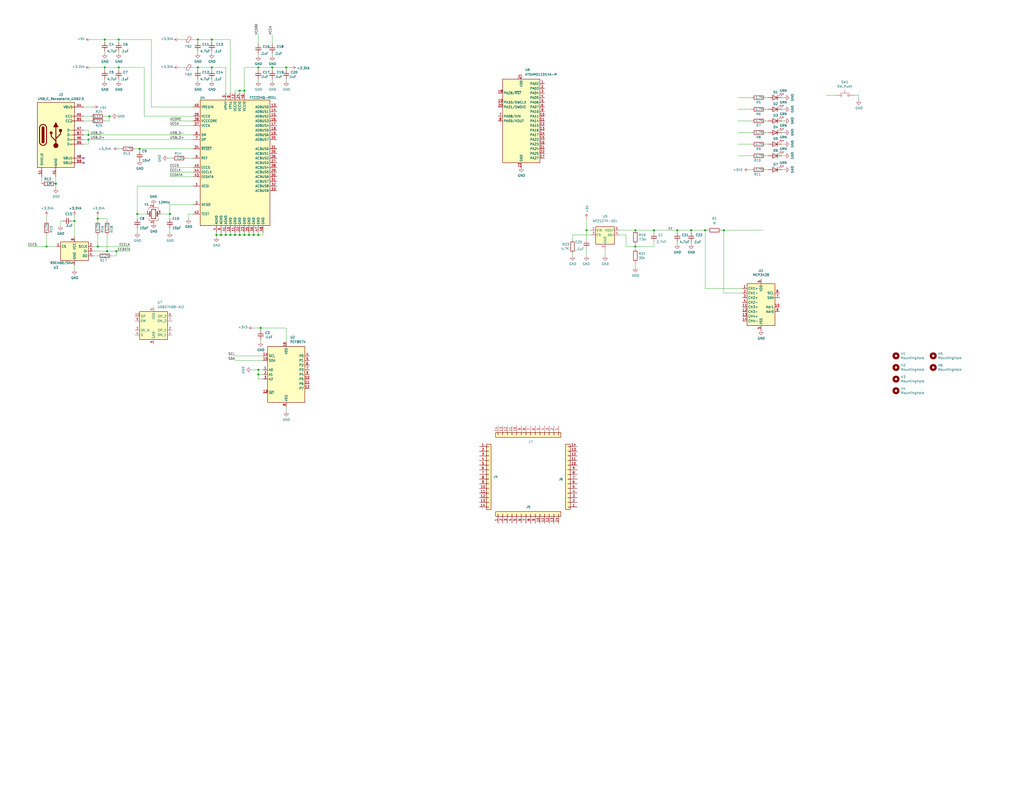
<source format=kicad_sch>
(kicad_sch (version 20211123) (generator eeschema)
  (paper "C")
  (title_block (title "Caravel Test Fixture") (date "2021-10-31") (rev "r0.0") (comment 1 "(c) 2021 Michael Welling"))
  (junction (at 140.97 36.83))
  (junction (at 118.11 128.27))
  (junction (at 53.34 119.38))
  (junction (at 356.87 125.73))
  (junction (at 140.97 204.47))
  (junction (at 25.4 134.62))
  (junction (at 115.57 36.83))
  (junction (at 148.59 36.83))
  (junction (at 59.69 63.5))
  (junction (at 133.35 49.53))
  (junction (at 156.21 36.83))
  (junction (at 346.71 134.62))
  (junction (at 53.34 134.62))
  (junction (at 115.57 21.59))
  (junction (at 128.27 128.27))
  (junction (at 394.97 125.73))
  (junction (at 369.57 125.73))
  (junction (at 57.15 36.83))
  (junction (at 92.71 116.84))
  (junction (at 48.26 73.66))
  (junction (at 135.89 128.27))
  (junction (at 57.15 21.59))
  (junction (at 40.64 120.65))
  (junction (at 48.26 76.2))
  (junction (at 133.35 128.27))
  (junction (at 74.93 116.84))
  (junction (at 58.42 137.16))
  (junction (at 130.81 128.27))
  (junction (at 140.97 201.93))
  (junction (at 142.24 179.07))
  (junction (at 64.77 21.59))
  (junction (at 377.19 125.73))
  (junction (at 64.77 36.83))
  (junction (at 384.81 125.73))
  (junction (at 30.48 100.33))
  (junction (at 76.2 81.28))
  (junction (at 346.71 125.73))
  (junction (at 120.65 128.27))
  (junction (at 123.19 128.27))
  (junction (at 130.81 49.53))
  (junction (at 140.97 128.27))
  (junction (at 125.73 128.27))
  (junction (at 138.43 128.27))
  (junction (at 320.04 125.73))
  (junction (at 107.95 21.59))
  (junction (at 107.95 36.83))
  (junction (at 63.5 137.16))
  (no_connect (at 45.72 88.9))
  (no_connect (at 45.72 86.36))
  (wire (pts (xy 140.97 36.83) (xy 133.35 36.83)))
  (wire (pts (xy 76.2 82.55) (xy 76.2 81.28)))
  (wire (pts (xy 138.43 128.27) (xy 140.97 128.27)))
  (wire (pts (xy 143.51 204.47) (xy 140.97 204.47)))
  (wire (pts (xy 138.43 128.27) (xy 138.43 127)))
  (wire (pts (xy 417.83 72.39) (xy 419.1 72.39)))
  (wire (pts (xy 128.27 128.27) (xy 130.81 128.27)))
  (wire (pts (xy 346.71 135.89) (xy 346.71 134.62)))
  (wire (pts (xy 66.04 81.28) (xy 64.77 81.28)))
  (wire (pts (xy 140.97 44.45) (xy 140.97 43.18)))
  (wire (pts (xy 123.19 50.8) (xy 123.19 36.83)))
  (wire (pts (xy 22.86 96.52) (xy 22.86 100.33)))
  (wire (pts (xy 377.19 125.73) (xy 369.57 125.73)))
  (wire (pts (xy 346.71 134.62) (xy 346.71 133.35)))
  (wire (pts (xy 417.83 78.74) (xy 419.1 78.74)))
  (wire (pts (xy 25.4 118.11) (xy 25.4 120.65)))
  (wire (pts (xy 118.11 128.27) (xy 120.65 128.27)))
  (wire (pts (xy 143.51 201.93) (xy 140.97 201.93)))
  (wire (pts (xy 128.27 128.27) (xy 128.27 127)))
  (wire (pts (xy 402.59 72.39) (xy 410.21 72.39)))
  (wire (pts (xy 394.97 125.73) (xy 394.97 160.02)))
  (wire (pts (xy 393.7 125.73) (xy 394.97 125.73)))
  (wire (pts (xy 394.97 160.02) (xy 405.13 160.02)))
  (wire (pts (xy 34.29 120.65) (xy 33.02 120.65)))
  (wire (pts (xy 156.21 36.83) (xy 148.59 36.83)))
  (wire (pts (xy 426.72 66.04) (xy 427.99 66.04)))
  (wire (pts (xy 402.59 53.34) (xy 410.21 53.34)))
  (wire (pts (xy 50.8 137.16) (xy 58.42 137.16)))
  (wire (pts (xy 107.95 29.21) (xy 107.95 27.94)))
  (wire (pts (xy 45.72 73.66) (xy 48.26 73.66)))
  (wire (pts (xy 30.48 100.33) (xy 30.48 96.52)))
  (wire (pts (xy 130.81 50.8) (xy 130.81 49.53)))
  (wire (pts (xy 40.64 120.65) (xy 40.64 129.54)))
  (wire (pts (xy 128.27 50.8) (xy 128.27 49.53)))
  (wire (pts (xy 120.65 128.27) (xy 123.19 128.27)))
  (wire (pts (xy 115.57 29.21) (xy 115.57 27.94)))
  (wire (pts (xy 320.04 139.7) (xy 320.04 135.89)))
  (wire (pts (xy 408.94 92.71) (xy 410.21 92.71)))
  (wire (pts (xy 322.58 125.73) (xy 320.04 125.73)))
  (wire (pts (xy 105.41 116.84) (xy 102.87 116.84)))
  (wire (pts (xy 138.43 179.07) (xy 142.24 179.07)))
  (wire (pts (xy 140.97 30.48) (xy 140.97 29.21)))
  (wire (pts (xy 133.35 49.53) (xy 130.81 49.53)))
  (wire (pts (xy 74.93 101.6) (xy 74.93 116.84)))
  (wire (pts (xy 30.48 100.33) (xy 30.48 102.87)))
  (wire (pts (xy 426.72 59.69) (xy 427.99 59.69)))
  (wire (pts (xy 48.26 76.2) (xy 105.41 76.2)))
  (wire (pts (xy 468.63 52.07) (xy 468.63 54.61)))
  (wire (pts (xy 312.42 128.27) (xy 312.42 130.81)))
  (wire (pts (xy 377.19 133.35) (xy 377.19 132.08)))
  (wire (pts (xy 128.27 194.31) (xy 143.51 194.31)))
  (wire (pts (xy 57.15 21.59) (xy 49.53 21.59)))
  (wire (pts (xy 59.69 63.5) (xy 60.96 63.5)))
  (wire (pts (xy 48.26 78.74) (xy 48.26 76.2)))
  (wire (pts (xy 45.72 76.2) (xy 48.26 76.2)))
  (wire (pts (xy 346.71 143.51) (xy 346.71 146.05)))
  (wire (pts (xy 40.64 120.65) (xy 39.37 120.65)))
  (wire (pts (xy 82.55 21.59) (xy 82.55 58.42)))
  (wire (pts (xy 123.19 36.83) (xy 115.57 36.83)))
  (wire (pts (xy 107.95 21.59) (xy 105.41 21.59)))
  (wire (pts (xy 58.42 120.65) (xy 58.42 119.38)))
  (wire (pts (xy 76.2 81.28) (xy 105.41 81.28)))
  (wire (pts (xy 40.64 144.78) (xy 40.64 147.32)))
  (wire (pts (xy 402.59 66.04) (xy 410.21 66.04)))
  (wire (pts (xy 45.72 63.5) (xy 49.53 63.5)))
  (wire (pts (xy 118.11 129.54) (xy 118.11 128.27)))
  (wire (pts (xy 74.93 116.84) (xy 80.01 116.84)))
  (wire (pts (xy 330.2 135.89) (xy 330.2 139.7)))
  (wire (pts (xy 156.21 222.25) (xy 156.21 224.79)))
  (wire (pts (xy 33.02 120.65) (xy 33.02 123.19)))
  (wire (pts (xy 57.15 63.5) (xy 59.69 63.5)))
  (wire (pts (xy 59.69 66.04) (xy 59.69 63.5)))
  (wire (pts (xy 57.15 29.21) (xy 57.15 27.94)))
  (wire (pts (xy 64.77 44.45) (xy 64.77 43.18)))
  (wire (pts (xy 135.89 128.27) (xy 135.89 127)))
  (wire (pts (xy 417.83 66.04) (xy 419.1 66.04)))
  (wire (pts (xy 148.59 38.1) (xy 148.59 36.83)))
  (wire (pts (xy 156.21 36.83) (xy 158.75 36.83)))
  (wire (pts (xy 64.77 22.86) (xy 64.77 21.59)))
  (wire (pts (xy 377.19 127) (xy 377.19 125.73)))
  (wire (pts (xy 417.83 85.09) (xy 419.1 85.09)))
  (wire (pts (xy 50.8 139.7) (xy 53.34 139.7)))
  (wire (pts (xy 91.44 86.36) (xy 93.98 86.36)))
  (wire (pts (xy 48.26 71.12) (xy 48.26 73.66)))
  (wire (pts (xy 312.42 128.27) (xy 322.58 128.27)))
  (wire (pts (xy 125.73 21.59) (xy 115.57 21.59)))
  (wire (pts (xy 45.72 78.74) (xy 48.26 78.74)))
  (wire (pts (xy 107.95 38.1) (xy 107.95 36.83)))
  (wire (pts (xy 92.71 124.46) (xy 92.71 127)))
  (wire (pts (xy 78.74 63.5) (xy 105.41 63.5)))
  (wire (pts (xy 356.87 125.73) (xy 356.87 127)))
  (wire (pts (xy 64.77 36.83) (xy 57.15 36.83)))
  (wire (pts (xy 125.73 128.27) (xy 128.27 128.27)))
  (wire (pts (xy 60.96 139.7) (xy 63.5 139.7)))
  (wire (pts (xy 137.16 201.93) (xy 140.97 201.93)))
  (wire (pts (xy 320.04 125.73) (xy 320.04 119.38)))
  (wire (pts (xy 123.19 128.27) (xy 125.73 128.27)))
  (wire (pts (xy 140.97 128.27) (xy 143.51 128.27)))
  (wire (pts (xy 105.41 86.36) (xy 101.6 86.36)))
  (wire (pts (xy 346.71 125.73) (xy 337.82 125.73)))
  (wire (pts (xy 64.77 21.59) (xy 57.15 21.59)))
  (wire (pts (xy 140.97 38.1) (xy 140.97 36.83)))
  (wire (pts (xy 45.72 71.12) (xy 48.26 71.12)))
  (wire (pts (xy 356.87 134.62) (xy 346.71 134.62)))
  (wire (pts (xy 356.87 132.08) (xy 356.87 134.62)))
  (wire (pts (xy 320.04 130.81) (xy 320.04 125.73)))
  (wire (pts (xy 402.59 59.69) (xy 410.21 59.69)))
  (wire (pts (xy 426.72 78.74) (xy 427.99 78.74)))
  (wire (pts (xy 402.59 78.74) (xy 410.21 78.74)))
  (wire (pts (xy 45.72 66.04) (xy 49.53 66.04)))
  (wire (pts (xy 156.21 44.45) (xy 156.21 43.18)))
  (wire (pts (xy 426.72 92.71) (xy 427.99 92.71)))
  (wire (pts (xy 312.42 138.43) (xy 312.42 139.7)))
  (wire (pts (xy 105.41 91.44) (xy 92.71 91.44)))
  (wire (pts (xy 346.71 134.62) (xy 341.63 134.62)))
  (wire (pts (xy 125.73 128.27) (xy 125.73 127)))
  (wire (pts (xy 64.77 38.1) (xy 64.77 36.83)))
  (wire (pts (xy 97.79 21.59) (xy 100.33 21.59)))
  (wire (pts (xy 140.97 207.01) (xy 143.51 207.01)))
  (wire (pts (xy 57.15 36.83) (xy 57.15 38.1)))
  (wire (pts (xy 92.71 93.98) (xy 105.41 93.98)))
  (wire (pts (xy 402.59 85.09) (xy 410.21 85.09)))
  (wire (pts (xy 148.59 36.83) (xy 140.97 36.83)))
  (wire (pts (xy 107.95 22.86) (xy 107.95 21.59)))
  (wire (pts (xy 57.15 22.86) (xy 57.15 21.59)))
  (wire (pts (xy 115.57 22.86) (xy 115.57 21.59)))
  (wire (pts (xy 115.57 44.45) (xy 115.57 43.18)))
  (wire (pts (xy 140.97 128.27) (xy 140.97 127)))
  (wire (pts (xy 140.97 24.13) (xy 140.97 19.05)))
  (wire (pts (xy 92.71 96.52) (xy 105.41 96.52)))
  (wire (pts (xy 105.41 66.04) (xy 92.71 66.04)))
  (wire (pts (xy 78.74 63.5) (xy 78.74 36.83)))
  (wire (pts (xy 92.71 119.38) (xy 92.71 116.84)))
  (wire (pts (xy 133.35 36.83) (xy 133.35 49.53)))
  (wire (pts (xy 140.97 204.47) (xy 140.97 207.01)))
  (wire (pts (xy 148.59 19.05) (xy 148.59 24.13)))
  (wire (pts (xy 107.95 44.45) (xy 107.95 43.18)))
  (wire (pts (xy 53.34 120.65) (xy 53.34 119.38)))
  (wire (pts (xy 394.97 125.73) (xy 416.56 125.73)))
  (wire (pts (xy 118.11 128.27) (xy 118.11 127)))
  (wire (pts (xy 369.57 133.35) (xy 369.57 132.08)))
  (wire (pts (xy 50.8 134.62) (xy 53.34 134.62)))
  (wire (pts (xy 377.19 125.73) (xy 384.81 125.73)))
  (wire (pts (xy 384.81 125.73) (xy 386.08 125.73)))
  (wire (pts (xy 140.97 204.47) (xy 140.97 201.93)))
  (wire (pts (xy 25.4 128.27) (xy 25.4 134.62)))
  (wire (pts (xy 130.81 49.53) (xy 128.27 49.53)))
  (wire (pts (xy 115.57 38.1) (xy 115.57 36.83)))
  (wire (pts (xy 57.15 66.04) (xy 59.69 66.04)))
  (wire (pts (xy 64.77 36.83) (xy 78.74 36.83)))
  (wire (pts (xy 120.65 128.27) (xy 120.65 127)))
  (wire (pts (xy 341.63 128.27) (xy 337.82 128.27)))
  (wire (pts (xy 341.63 134.62) (xy 341.63 128.27)))
  (wire (pts (xy 426.72 53.34) (xy 427.99 53.34)))
  (wire (pts (xy 426.72 85.09) (xy 427.99 85.09)))
  (wire (pts (xy 115.57 36.83) (xy 107.95 36.83)))
  (wire (pts (xy 58.42 119.38) (xy 53.34 119.38)))
  (wire (pts (xy 369.57 127) (xy 369.57 125.73)))
  (wire (pts (xy 115.57 21.59) (xy 107.95 21.59)))
  (wire (pts (xy 123.19 128.27) (xy 123.19 127)))
  (wire (pts (xy 133.35 50.8) (xy 133.35 49.53)))
  (wire (pts (xy 48.26 73.66) (xy 105.41 73.66)))
  (wire (pts (xy 142.24 186.69) (xy 142.24 185.42)))
  (wire (pts (xy 356.87 125.73) (xy 346.71 125.73)))
  (wire (pts (xy 369.57 125.73) (xy 356.87 125.73)))
  (wire (pts (xy 63.5 139.7) (xy 63.5 137.16)))
  (wire (pts (xy 142.24 179.07) (xy 156.21 179.07)))
  (wire (pts (xy 25.4 134.62) (xy 30.48 134.62)))
  (wire (pts (xy 58.42 128.27) (xy 58.42 137.16)))
  (wire (pts (xy 87.63 116.84) (xy 92.71 116.84)))
  (wire (pts (xy 143.51 128.27) (xy 143.51 127)))
  (wire (pts (xy 130.81 128.27) (xy 133.35 128.27)))
  (wire (pts (xy 102.87 116.84) (xy 102.87 119.38)))
  (wire (pts (xy 64.77 29.21) (xy 64.77 27.94)))
  (wire (pts (xy 384.81 125.73) (xy 384.81 157.48)))
  (wire (pts (xy 384.81 157.48) (xy 405.13 157.48)))
  (wire (pts (xy 133.35 128.27) (xy 135.89 128.27)))
  (wire (pts (xy 125.73 50.8) (xy 125.73 21.59)))
  (wire (pts (xy 128.27 196.85) (xy 143.51 196.85)))
  (wire (pts (xy 107.95 36.83) (xy 105.41 36.83)))
  (wire (pts (xy 58.42 137.16) (xy 63.5 137.16)))
  (wire (pts (xy 156.21 179.07) (xy 156.21 186.69)))
  (wire (pts (xy 49.53 36.83) (xy 57.15 36.83)))
  (wire (pts (xy 105.41 68.58) (xy 92.71 68.58)))
  (wire (pts (xy 417.83 59.69) (xy 419.1 59.69)))
  (wire (pts (xy 133.35 128.27) (xy 133.35 127)))
  (wire (pts (xy 142.24 180.34) (xy 142.24 179.07)))
  (wire (pts (xy 45.72 58.42) (xy 50.8 58.42)))
  (wire (pts (xy 74.93 119.38) (xy 74.93 116.84)))
  (wire (pts (xy 53.34 134.62) (xy 71.12 134.62)))
  (wire (pts (xy 63.5 137.16) (xy 71.12 137.16)))
  (wire (pts (xy 82.55 58.42) (xy 105.41 58.42)))
  (wire (pts (xy 53.34 128.27) (xy 53.34 134.62)))
  (wire (pts (xy 92.71 111.76) (xy 105.41 111.76)))
  (wire (pts (xy 15.24 134.62) (xy 25.4 134.62)))
  (wire (pts (xy 148.59 30.48) (xy 148.59 29.21)))
  (wire (pts (xy 64.77 21.59) (xy 82.55 21.59)))
  (wire (pts (xy 74.93 101.6) (xy 105.41 101.6)))
  (wire (pts (xy 130.81 128.27) (xy 130.81 127)))
  (wire (pts (xy 92.71 111.76) (xy 92.71 116.84)))
  (wire (pts (xy 73.66 81.28) (xy 76.2 81.28)))
  (wire (pts (xy 148.59 44.45) (xy 148.59 43.18)))
  (wire (pts (xy 417.83 92.71) (xy 419.1 92.71)))
  (wire (pts (xy 466.09 52.07) (xy 468.63 52.07)))
  (wire (pts (xy 97.79 36.83) (xy 100.33 36.83)))
  (wire (pts (xy 74.93 124.46) (xy 74.93 127)))
  (wire (pts (xy 426.72 72.39) (xy 427.99 72.39)))
  (wire (pts (xy 57.15 44.45) (xy 57.15 43.18)))
  (wire (pts (xy 53.34 119.38) (xy 53.34 118.11)))
  (wire (pts (xy 135.89 128.27) (xy 138.43 128.27)))
  (wire (pts (xy 40.64 120.65) (xy 40.64 118.11)))
  (wire (pts (xy 417.83 53.34) (xy 419.1 53.34)))
  (wire (pts (xy 450.85 52.07) (xy 455.93 52.07)))
  (wire (pts (xy 156.21 38.1) (xy 156.21 36.83)))
  (label "EECS" (at 92.71 91.44 0))
  (label "1V" (at 364.49 125.73 0))
  (label "EEDATA" (at 92.71 96.52 0))
  (label "EECLK" (at 71.12 134.62 180))
  (label "VCORE" (at 140.97 19.05 90))
  (label "USB_D-" (at 57.15 73.66 180))
  (label "USB_D+" (at 92.71 76.2 0))
  (label "USB_D-" (at 92.71 73.66 0))
  (label "VCORE" (at 92.71 66.04 0))
  (label "USB_D+" (at 57.15 76.2 180))
  (label "EECLK" (at 92.71 93.98 0))
  (label "VCCA" (at 148.59 19.05 90))
  (label "SCL" (at 128.27 194.31 180))
  (label "EEDATA" (at 71.12 137.16 180))
  (label "SDA" (at 128.27 196.85 180))
  (label "VCCA" (at 92.71 68.58 0))
  (label "EECS" (at 15.24 134.62 0))
  (symbol (lib_id "power:GND") (at 156.21 224.79 0) (unit 1)
    (property "Reference" "#PWR0111" (effects hide))
    (property "Value" "GND" (at 156.337 229.1842 0))
  )
  (symbol (lib_id "power:+3.3V") (at 138.43 179.07 90) (unit 1)
    (property "Reference" "#PWR0112" (effects hide))
    (property "Value" "+3.3V" (at 135.1788 178.689 90) (effects (justify left)))
  )
  (symbol (lib_id "Device:C_Small") (at 142.24 182.88 0) (unit 1)
    (property "Reference" "C3" (at 144.5768 181.7116 0) (effects (justify left)))
    (property "Value" ".1uF" (at 144.5768 184.023 0) (effects (justify left)))
    (property "Footprint" "Capacitor_SMD:C_0402_1005Metric" (effects hide))
    (property "MPN" "GRM155R71C104KA88J" (effects hide))
  )
  (symbol (lib_id "power:GND") (at 142.24 186.69 0) (unit 1)
    (property "Reference" "#PWR0113" (effects hide))
    (property "Value" "GND" (at 142.367 191.0842 0))
  )
  (symbol (lib_id "power:+3.3V") (at 408.94 92.71 90) (unit 1)
    (property "Reference" "#PWR0109" (effects hide))
    (property "Value" "+3.3V" (at 402.59 92.71 90))
  )
  (symbol (lib_id "Device:LED") (at 422.91 92.71 180) (unit 1)
    (property "Reference" "D7" (at 421.9448 89.7382 0) (effects (justify right)))
    (property "Value" "GRN" (at 425.45 88.9 0) (effects (justify right)))
    (property "Footprint" "LED_SMD:LED_0603_1608Metric" (effects hide))
    (property "MPN" "LTST-C191GKT " (effects hide))
  )
  (symbol (lib_id "power:GND") (at 427.99 92.71 90) (unit 1)
    (property "Reference" "#PWR0110" (effects hide))
    (property "Value" "GND" (at 432.3842 92.583 0))
  )
  (symbol (lib_id "Device:R") (at 414.02 92.71 90) (unit 1)
    (property "Reference" "R11" (at 415.29 95.25 90) (effects (justify left)))
    (property "Value" "4.7K" (at 416.56 92.71 90) (effects (justify left)))
    (property "Footprint" "Resistor_SMD:R_0402_1005Metric" (effects hide))
    (property "MPN" "RC0402JR-074K7L " (effects hide))
  )
  (symbol (lib_id "Interface_USB:FT232H") (at 128.27 88.9 0) (unit 1)
    (property "Reference" "U4" (at 110.49 53.34 0))
    (property "Value" "FT232HQ-REEL" (at 143.51 53.34 0))
    (property "Footprint" "Package_DFN_QFN:QFN-48-1EP_8x8mm_P0.5mm_EP6.2x6.2mm" (effects hide))
    (property "Datasheet" "http://www.ftdichip.com/Products/ICs/FT232H.htm" (effects hide))
    (property "MPN" "FT232HL-REEL" (effects hide))
  )
  (symbol (lib_id "power:GND") (at 118.11 129.54 0) (unit 1)
    (property "Reference" "#PWR0122" (effects hide))
    (property "Value" "GND" (at 118.237 133.9342 0))
  )
  (symbol (lib_id "Device:LED") (at 422.91 53.34 180) (unit 1)
    (property "Reference" "D1" (at 421.9448 50.3682 0) (effects (justify right)))
    (property "Value" "GRN" (at 425.45 49.53 0) (effects (justify right)))
    (property "Footprint" "LED_SMD:LED_0603_1608Metric" (effects hide))
    (property "MPN" "LTST-C191GKT " (effects hide))
  )
  (symbol (lib_id "power:GND") (at 427.99 53.34 90) (unit 1)
    (property "Reference" "#PWR0115" (effects hide))
    (property "Value" "GND" (at 432.3842 53.213 0))
  )
  (symbol (lib_id "Device:R") (at 414.02 53.34 90) (unit 1)
    (property "Reference" "R5" (at 415.29 55.88 90) (effects (justify left)))
    (property "Value" "4.7K" (at 416.56 53.34 90) (effects (justify left)))
    (property "Footprint" "Resistor_SMD:R_0402_1005Metric" (effects hide))
    (property "MPN" "RC0402JR-074K7L " (effects hide))
  )
  (symbol (lib_id "Device:LED") (at 422.91 59.69 180) (unit 1)
    (property "Reference" "D2" (at 421.9448 56.7182 0) (effects (justify right)))
    (property "Value" "GRN" (at 425.45 55.88 0) (effects (justify right)))
    (property "Footprint" "LED_SMD:LED_0603_1608Metric" (effects hide))
    (property "MPN" "LTST-C191GKT " (effects hide))
  )
  (symbol (lib_id "power:GND") (at 427.99 59.69 90) (unit 1)
    (property "Reference" "#PWR0116" (effects hide))
    (property "Value" "GND" (at 432.3842 59.563 0))
  )
  (symbol (lib_id "Device:R") (at 414.02 59.69 90) (unit 1)
    (property "Reference" "R6" (at 415.29 62.23 90) (effects (justify left)))
    (property "Value" "4.7K" (at 416.56 59.69 90) (effects (justify left)))
    (property "Footprint" "Resistor_SMD:R_0402_1005Metric" (effects hide))
    (property "MPN" "RC0402JR-074K7L " (effects hide))
  )
  (symbol (lib_id "Device:LED") (at 422.91 66.04 180) (unit 1)
    (property "Reference" "D3" (at 421.9448 63.0682 0) (effects (justify right)))
    (property "Value" "GRN" (at 425.45 62.23 0) (effects (justify right)))
    (property "Footprint" "LED_SMD:LED_0603_1608Metric" (effects hide))
    (property "MPN" "LTST-C191GKT " (effects hide))
  )
  (symbol (lib_id "power:GND") (at 427.99 66.04 90) (unit 1)
    (property "Reference" "#PWR0117" (effects hide))
    (property "Value" "GND" (at 432.3842 65.913 0))
  )
  (symbol (lib_id "Device:R") (at 414.02 66.04 90) (unit 1)
    (property "Reference" "R7" (at 415.29 68.58 90) (effects (justify left)))
    (property "Value" "4.7K" (at 416.56 66.04 90) (effects (justify left)))
    (property "Footprint" "Resistor_SMD:R_0402_1005Metric" (effects hide))
    (property "MPN" "RC0402JR-074K7L " (effects hide))
  )
  (symbol (lib_id "Device:LED") (at 422.91 72.39 180) (unit 1)
    (property "Reference" "D4" (at 421.9448 69.4182 0) (effects (justify right)))
    (property "Value" "GRN" (at 425.45 68.58 0) (effects (justify right)))
    (property "Footprint" "LED_SMD:LED_0603_1608Metric" (effects hide))
    (property "MPN" "LTST-C191GKT " (effects hide))
  )
  (symbol (lib_id "power:GND") (at 427.99 72.39 90) (unit 1)
    (property "Reference" "#PWR0118" (effects hide))
    (property "Value" "GND" (at 432.3842 72.263 0))
  )
  (symbol (lib_id "Device:R") (at 414.02 72.39 90) (unit 1)
    (property "Reference" "R8" (at 415.29 74.93 90) (effects (justify left)))
    (property "Value" "4.7K" (at 416.56 72.39 90) (effects (justify left)))
    (property "Footprint" "Resistor_SMD:R_0402_1005Metric" (effects hide))
    (property "MPN" "RC0402JR-074K7L " (effects hide))
  )
  (symbol (lib_id "Device:LED") (at 422.91 78.74 180) (unit 1)
    (property "Reference" "D5" (at 421.9448 75.7682 0) (effects (justify right)))
    (property "Value" "GRN" (at 425.45 74.93 0) (effects (justify right)))
    (property "Footprint" "LED_SMD:LED_0603_1608Metric" (effects hide))
    (property "MPN" "LTST-C191GKT " (effects hide))
  )
  (symbol (lib_id "power:GND") (at 427.99 78.74 90) (unit 1)
    (property "Reference" "#PWR0119" (effects hide))
    (property "Value" "GND" (at 432.3842 78.613 0))
  )
  (symbol (lib_id "Device:R") (at 414.02 78.74 90) (unit 1)
    (property "Reference" "R9" (at 415.29 81.28 90) (effects (justify left)))
    (property "Value" "4.7K" (at 416.56 78.74 90) (effects (justify left)))
    (property "Footprint" "Resistor_SMD:R_0402_1005Metric" (effects hide))
    (property "MPN" "RC0402JR-074K7L " (effects hide))
  )
  (symbol (lib_id "Device:LED") (at 422.91 85.09 180) (unit 1)
    (property "Reference" "D6" (at 421.9448 82.1182 0) (effects (justify right)))
    (property "Value" "GRN" (at 425.45 81.28 0) (effects (justify right)))
    (property "Footprint" "LED_SMD:LED_0603_1608Metric" (effects hide))
    (property "MPN" "LTST-C191GKT " (effects hide))
  )
  (symbol (lib_id "power:GND") (at 427.99 85.09 90) (unit 1)
    (property "Reference" "#PWR0120" (effects hide))
    (property "Value" "GND" (at 432.3842 84.963 0))
  )
  (symbol (lib_id "Device:R") (at 414.02 85.09 90) (unit 1)
    (property "Reference" "R10" (at 415.29 87.63 90) (effects (justify left)))
    (property "Value" "4.7K" (at 416.56 85.09 90) (effects (justify left)))
    (property "Footprint" "Resistor_SMD:R_0402_1005Metric" (effects hide))
    (property "MPN" "RC0402JR-074K7L " (effects hide))
  )
  (symbol (lib_id "Memory_EEPROM:93CxxB") (at 40.64 137.16 0) (unit 1)
    (property "Reference" "U3" (at 30.48 146.05 0))
    (property "Value" "93C46B/SN " (at 33.02 143.51 0))
    (property "Footprint" "Package_SO:SOIC-8_3.9x4.9mm_P1.27mm" (effects hide))
    (property "Datasheet" "http://ww1.microchip.com/downloads/en/DeviceDoc/20001749K.pdf" (effects hide))
    (property "MPN" "93C46B/SN " (effects hide))
  )
  (symbol (lib_id "Device:R") (at 57.15 139.7 90) (unit 1)
    (property "Reference" "R17" (at 58.42 142.24 90) (effects (justify left)))
    (property "Value" "2.2K" (at 59.69 139.7 90) (effects (justify left)))
    (property "Footprint" "Resistor_SMD:R_0402_1005Metric" (effects hide))
    (property "MPN" "ERA-2AEB222X" (effects hide))
  )
  (symbol (lib_id "power:GND") (at 40.64 147.32 0) (unit 1)
    (property "Reference" "#PWR0123" (effects hide))
    (property "Value" "GND" (at 40.767 151.7142 0))
  )
  (symbol (lib_id "Switch:SW_Push") (at 461.01 52.07 0) (unit 1)
    (property "Reference" "SW1" (at 461.01 44.831 0))
    (property "Value" "SW_Push" (at 461.01 47.1424 0))
    (property "Footprint" "Button_Switch_SMD:SW_SPST_EVQP0" (effects hide))
    (property "MPN" "EVQ-P0N02B" (effects hide))
  )
  (symbol (lib_id "power:GND") (at 468.63 54.61 0) (unit 1)
    (property "Reference" "#PWR0121" (effects hide))
    (property "Value" "GND" (at 468.757 59.0042 0))
  )
  (symbol (lib_id "power:+5V") (at 50.8 58.42 270) (unit 1)
    (property "Reference" "#PWR0124" (effects hide))
    (property "Value" "+5V" (at 54.0512 58.801 90) (effects (justify left)))
  )
  (symbol (lib_id "Mechanical:MountingHole") (at 488.95 213.36 0) (unit 1)
    (property "Reference" "H4" (at 491.49 212.1916 0) (effects (justify left)))
    (property "Value" "MountingHole" (at 491.49 214.503 0) (effects (justify left)))
    (property "Footprint" "MountingHole:MountingHole_3.5mm" (effects hide))
    (property "MPN" "N/A" (effects hide))
  )
  (symbol (lib_id "Mechanical:MountingHole") (at 488.95 207.01 0) (unit 1)
    (property "Reference" "H3" (at 491.49 205.8416 0) (effects (justify left)))
    (property "Value" "MountingHole" (at 491.49 208.153 0) (effects (justify left)))
    (property "Footprint" "MountingHole:MountingHole_3.5mm" (effects hide))
    (property "MPN" "N/A" (effects hide))
  )
  (symbol (lib_id "power:GND") (at 30.48 102.87 0) (unit 1)
    (property "Reference" "#PWR0125" (effects hide))
    (property "Value" "GND" (at 30.607 107.2642 0))
  )
  (symbol (lib_id "Mechanical:MountingHole") (at 509.27 200.66 0) (unit 1)
    (property "Reference" "H6" (at 511.81 199.4916 0) (effects (justify left)))
    (property "Value" "MountingHole" (at 511.81 201.803 0) (effects (justify left)))
    (property "Footprint" "MountingHole:MountingHole_3.5mm" (effects hide))
    (property "MPN" "N/A" (effects hide))
  )
  (symbol (lib_id "Mechanical:MountingHole") (at 509.27 194.31 0) (unit 1)
    (property "Reference" "H5" (at 511.81 193.1416 0) (effects (justify left)))
    (property "Value" "MountingHole" (at 511.81 195.453 0) (effects (justify left)))
    (property "Footprint" "MountingHole:MountingHole_3.5mm" (effects hide))
    (property "MPN" "N/A" (effects hide))
  )
  (symbol (lib_id "power:GND") (at 102.87 119.38 0) (unit 1)
    (property "Reference" "#PWR0126" (effects hide))
    (property "Value" "GND" (at 102.997 123.7742 0))
  )
  (symbol (lib_id "Mechanical:MountingHole") (at 488.95 200.66 0) (unit 1)
    (property "Reference" "H2" (at 491.49 199.4916 0) (effects (justify left)))
    (property "Value" "MountingHole" (at 491.49 201.803 0) (effects (justify left)))
    (property "Footprint" "MountingHole:MountingHole_3.5mm" (effects hide))
    (property "MPN" "N/A" (effects hide))
  )
  (symbol (lib_id "Mechanical:MountingHole") (at 488.95 194.31 0) (unit 1)
    (property "Reference" "H1" (at 491.49 193.1416 0) (effects (justify left)))
    (property "Value" "MountingHole" (at 491.49 195.453 0) (effects (justify left)))
    (property "Footprint" "MountingHole:MountingHole_3.5mm" (effects hide))
    (property "MPN" "N/A" (effects hide))
  )
  (symbol (lib_id "power:+3.3VA") (at 49.53 36.83 90) (unit 1)
    (property "Reference" "#PWR01" (effects hide))
    (property "Value" "+3.3VA" (at 46.3042 36.449 90) (effects (justify left)))
  )
  (symbol (lib_id "power:GND") (at 83.82 121.92 0) (unit 1)
    (property "Reference" "#PWR0127" (effects hide))
    (property "Value" "GND" (at 83.947 126.3142 0))
  )
  (symbol (lib_id "power:GND") (at 83.82 111.76 180) (unit 1)
    (property "Reference" "#PWR0128" (effects hide))
    (property "Value" "GND" (at 83.693 107.3658 0))
  )
  (symbol (lib_id "power:+3.3VA") (at 97.79 21.59 90) (unit 1)
    (property "Reference" "#PWR03" (effects hide))
    (property "Value" "+3.3VA" (at 94.5642 21.209 90) (effects (justify left)))
  )
  (symbol (lib_id "Device:Crystal_GND24") (at 83.82 116.84 0) (unit 1)
    (property "Reference" "Y1" (at 78.74 111.76 0) (effects (justify left)))
    (property "Value" "12MHz" (at 86.36 110.49 0) (effects (justify left)))
    (property "Footprint" "Crystal:Crystal_SMD_2520-4Pin_2.5x2.0mm" (effects hide))
    (property "MPN" "FA-20H 12.0000MD30Z-K3" (effects hide))
  )
  (symbol (lib_id "power:+3.3VA") (at 97.79 36.83 90) (unit 1)
    (property "Reference" "#PWR04" (effects hide))
    (property "Value" "+3.3VA" (at 94.5642 36.449 90) (effects (justify left)))
  )
  (symbol (lib_id "power:+3.3VA") (at 158.75 36.83 270) (unit 1)
    (property "Reference" "#PWR07" (effects hide))
    (property "Value" "+3.3VA" (at 162.0012 37.211 90) (effects (justify left)))
  )
  (symbol (lib_id "power:+3.3VA") (at 64.77 81.28 90) (unit 1)
    (property "Reference" "#PWR02" (effects hide))
    (property "Value" "+3.3VA" (at 57.15 81.28 90))
  )
  (symbol (lib_id "power:+3.3VA") (at 25.4 118.11 0) (unit 1)
    (property "Reference" "#PWR05" (effects hide))
    (property "Value" "+3.3VA" (at 25.781 113.7158 0))
  )
  (symbol (lib_id "power:+3.3VA") (at 53.34 118.11 0) (unit 1)
    (property "Reference" "#PWR06" (effects hide))
    (property "Value" "+3.3VA" (at 53.721 113.7158 0))
  )
  (symbol (lib_id "Device:C_Small") (at 92.71 121.92 0) (unit 1)
    (property "Reference" "C10" (at 93.98 119.38 0) (effects (justify left)))
    (property "Value" "10pF" (at 93.98 124.46 0) (effects (justify left)))
    (property "Footprint" "Capacitor_SMD:C_0402_1005Metric" (effects hide))
    (property "MPN" "GRM1555C1H100JA01D" (effects hide))
  )
  (symbol (lib_id "Device:C_Small") (at 74.93 121.92 0) (unit 1)
    (property "Reference" "C8" (at 76.2 119.38 0) (effects (justify left)))
    (property "Value" "10pF" (at 76.2 124.46 0) (effects (justify left)))
    (property "Footprint" "Capacitor_SMD:C_0402_1005Metric" (effects hide))
    (property "MPN" "GRM1555C1H100JA01D" (effects hide))
  )
  (symbol (lib_id "Device:R") (at 312.42 134.62 180) (unit 1)
    (property "Reference" "R23" (at 310.6674 133.4516 0) (effects (justify left)))
    (property "Value" "4.7K" (at 310.6674 135.763 0) (effects (justify left)))
    (property "Footprint" "Resistor_SMD:R_0402_1005Metric" (effects hide))
    (property "MPN" "RC0402JR-074K7L " (effects hide))
  )
  (symbol (lib_id "power:GND") (at 74.93 127 0) (unit 1)
    (property "Reference" "#PWR0129" (effects hide))
    (property "Value" "GND" (at 75.057 131.3942 0))
  )
  (symbol (lib_id "power:GND") (at 92.71 127 0) (unit 1)
    (property "Reference" "#PWR0130" (effects hide))
    (property "Value" "GND" (at 92.837 131.3942 0))
  )
  (symbol (lib_id "power:+3.3VA") (at 40.64 118.11 0) (unit 1)
    (property "Reference" "#PWR0158" (effects hide))
    (property "Value" "+3.3VA" (at 41.021 113.7158 0))
  )
  (symbol (lib_id "Device:R") (at 97.79 86.36 90) (unit 1)
    (property "Reference" "R14" (at 99.06 83.82 90) (effects (justify left)))
    (property "Value" "12K" (at 100.33 86.36 90) (effects (justify left)))
    (property "Footprint" "Resistor_SMD:R_0402_1005Metric" (effects hide))
    (property "MPN" "ERA-2AEB123X " (effects hide))
  )
  (symbol (lib_id "power:GND") (at 91.44 86.36 270) (unit 1)
    (property "Reference" "#PWR0131" (effects hide))
    (property "Value" "GND" (at 87.0458 86.487 0))
  )
  (symbol (lib_id "Device:R") (at 69.85 81.28 90) (unit 1)
    (property "Reference" "R13" (at 71.12 83.82 90) (effects (justify left)))
    (property "Value" "4.7K" (at 72.39 81.28 90) (effects (justify left)))
    (property "Footprint" "Resistor_SMD:R_0402_1005Metric" (effects hide))
    (property "MPN" "RC0402JR-074K7L " (effects hide))
  )
  (symbol (lib_id "power:GND") (at 312.42 139.7 0) (unit 1)
    (property "Reference" "#PWR08" (effects hide))
    (property "Value" "GND" (at 312.547 144.0942 0))
  )
  (symbol (lib_id "Device:C_Small") (at 140.97 40.64 0) (unit 1)
    (property "Reference" "C17" (at 143.3068 39.4716 0) (effects (justify left)))
    (property "Value" ".1uF" (at 142.24 41.91 0) (effects (justify left)))
    (property "Footprint" "Capacitor_SMD:C_0402_1005Metric" (effects hide))
    (property "MPN" "GRM155R71C104KA88J" (effects hide))
  )
  (symbol (lib_id "Device:C_Small") (at 148.59 40.64 0) (unit 1)
    (property "Reference" "C19" (at 150.9268 39.4716 0) (effects (justify left)))
    (property "Value" ".1uF" (at 149.86 41.91 0) (effects (justify left)))
    (property "Footprint" "Capacitor_SMD:C_0402_1005Metric" (effects hide))
    (property "MPN" "GRM155R71C104KA88J" (effects hide))
  )
  (symbol (lib_id "Device:C_Small") (at 156.21 40.64 0) (unit 1)
    (property "Reference" "C20" (at 158.5468 39.4716 0) (effects (justify left)))
    (property "Value" ".1uF" (at 157.48 41.91 0) (effects (justify left)))
    (property "Footprint" "Capacitor_SMD:C_0402_1005Metric" (effects hide))
    (property "MPN" "GRM155R71C104KA88J" (effects hide))
  )
  (symbol (lib_id "power:GND") (at 156.21 44.45 0) (unit 1)
    (property "Reference" "#PWR0133" (effects hide))
    (property "Value" "GND" (at 156.337 48.8442 0))
  )
  (symbol (lib_id "power:GND") (at 148.59 44.45 0) (unit 1)
    (property "Reference" "#PWR0134" (effects hide))
    (property "Value" "GND" (at 148.717 48.8442 0))
  )
  (symbol (lib_id "power:GND") (at 140.97 44.45 0) (unit 1)
    (property "Reference" "#PWR0135" (effects hide))
    (property "Value" "GND" (at 141.097 48.8442 0))
  )
  (symbol (lib_id "Device:Ferrite_Bead_Small") (at 102.87 21.59 270) (unit 1)
    (property "Reference" "FB2" (at 102.87 25.4 90))
    (property "Value" "Ferrite_Bead_Small" (effects hide))
    (property "Footprint" "Inductor_SMD:L_0603_1608Metric" (effects hide))
    (property "MPN" "742792651 " (effects hide))
  )
  (symbol (lib_id "Device:C_Small") (at 107.95 25.4 0) (unit 1)
    (property "Reference" "C11" (at 110.2868 24.2316 0) (effects (justify left)))
    (property "Value" "4.7uF" (at 109.22 27.94 0) (effects (justify left)))
    (property "Footprint" "Capacitor_SMD:C_0603_1608Metric" (effects hide))
    (property "MPN" "C0603C475K9PACTU " (effects hide))
  )
  (symbol (lib_id "power:GND") (at 107.95 29.21 0) (unit 1)
    (property "Reference" "#PWR0136" (effects hide))
    (property "Value" "GND" (at 108.077 33.6042 0))
  )
  (symbol (lib_id "power:+5V") (at 320.04 119.38 0) (unit 1)
    (property "Reference" "#PWR0132" (effects hide))
    (property "Value" "+5V" (at 320.421 116.1288 90) (effects (justify left)))
  )
  (symbol (lib_id "Device:C_Small") (at 115.57 25.4 0) (unit 1)
    (property "Reference" "C13" (at 117.9068 24.2316 0) (effects (justify left)))
    (property "Value" ".1uF" (at 116.84 27.94 0) (effects (justify left)))
    (property "Footprint" "Capacitor_SMD:C_0402_1005Metric" (effects hide))
    (property "MPN" "GRM155R71C104KA88J" (effects hide))
  )
  (symbol (lib_id "power:GND") (at 115.57 29.21 0) (unit 1)
    (property "Reference" "#PWR0137" (effects hide))
    (property "Value" "GND" (at 115.697 33.6042 0))
  )
  (symbol (lib_id "Device:C_Small") (at 369.57 129.54 0) (unit 1)
    (property "Reference" "C21" (at 371.9068 128.3716 0) (effects (justify left)))
    (property "Value" "4.7uF" (at 370.84 132.08 0) (effects (justify left)))
    (property "Footprint" "Capacitor_SMD:C_0402_1005Metric" (effects hide))
    (property "MPN" "GRM155R60J475ME47D" (effects hide))
  )
  (symbol (lib_id "power:GND") (at 369.57 133.35 0) (unit 1)
    (property "Reference" "#PWR0140" (effects hide))
    (property "Value" "GND" (at 369.697 137.7442 0))
  )
  (symbol (lib_id "Device:C_Small") (at 377.19 129.54 0) (unit 1)
    (property "Reference" "C22" (at 379.5268 128.3716 0) (effects (justify left)))
    (property "Value" ".1uF" (at 378.46 132.08 0) (effects (justify left)))
    (property "Footprint" "Capacitor_SMD:C_0402_1005Metric" (effects hide))
    (property "MPN" "GRM155R71C104KA88J" (effects hide))
  )
  (symbol (lib_id "power:GND") (at 377.19 133.35 0) (unit 1)
    (property "Reference" "#PWR0141" (effects hide))
    (property "Value" "GND" (at 377.317 137.7442 0))
  )
  (symbol (lib_id "power:GND") (at 330.2 139.7 0) (unit 1)
    (property "Reference" "#PWR0142" (effects hide))
    (property "Value" "GND" (at 330.327 144.0942 0))
  )
  (symbol (lib_id "Device:Ferrite_Bead_Small") (at 102.87 36.83 270) (unit 1)
    (property "Reference" "FB3" (at 102.87 40.64 90))
    (property "Value" "Ferrite_Bead_Small" (effects hide))
    (property "Footprint" "Inductor_SMD:L_0603_1608Metric" (effects hide))
    (property "MPN" "742792651 " (effects hide))
  )
  (symbol (lib_id "Device:C_Small") (at 107.95 40.64 0) (unit 1)
    (property "Reference" "C12" (at 110.2868 39.4716 0) (effects (justify left)))
    (property "Value" "4.7uF" (at 109.22 43.18 0) (effects (justify left)))
    (property "Footprint" "Capacitor_SMD:C_0603_1608Metric" (effects hide))
    (property "MPN" "C0603C475K9PACTU " (effects hide))
  )
  (symbol (lib_id "power:GND") (at 107.95 44.45 0) (unit 1)
    (property "Reference" "#PWR0138" (effects hide))
    (property "Value" "GND" (at 108.077 48.8442 0))
  )
  (symbol (lib_id "Device:C_Small") (at 115.57 40.64 0) (unit 1)
    (property "Reference" "C14" (at 117.9068 39.4716 0) (effects (justify left)))
    (property "Value" ".1uF" (at 116.84 43.18 0) (effects (justify left)))
    (property "Footprint" "Capacitor_SMD:C_0402_1005Metric" (effects hide))
    (property "MPN" "GRM155R71C104KA88J" (effects hide))
  )
  (symbol (lib_id "power:GND") (at 115.57 44.45 0) (unit 1)
    (property "Reference" "#PWR0139" (effects hide))
    (property "Value" "GND" (at 115.697 48.8442 0))
  )
  (symbol (lib_id "Device:R") (at 346.71 129.54 0) (unit 1)
    (property "Reference" "R19" (at 348.488 128.3716 0) (effects (justify left)))
    (property "Value" "7.5k" (at 348.488 130.683 0) (effects (justify left)))
    (property "Footprint" "Resistor_SMD:R_0402_1005Metric" (effects hide))
    (property "MPN" "RMCF0402FT402K " (effects hide))
  )
  (symbol (lib_id "Device:R") (at 346.71 139.7 0) (unit 1)
    (property "Reference" "R21" (at 348.488 138.5316 0) (effects (justify left)))
    (property "Value" "30k" (at 348.488 140.843 0) (effects (justify left)))
    (property "Footprint" "Resistor_SMD:R_0402_1005Metric" (effects hide))
    (property "MPN" "RC0402FR-07169KL" (effects hide))
  )
  (symbol (lib_id "power:GND") (at 346.71 146.05 0) (unit 1)
    (property "Reference" "#PWR0148" (effects hide))
    (property "Value" "GND" (at 346.837 150.4442 0))
  )
  (symbol (lib_id "Device:C_Small") (at 57.15 25.4 0) (unit 1)
    (property "Reference" "C4" (at 59.4868 24.2316 0) (effects (justify left)))
    (property "Value" "4.7uF" (at 58.42 27.94 0) (effects (justify left)))
    (property "Footprint" "Capacitor_SMD:C_0402_1005Metric" (effects hide))
    (property "MPN" "GRM155R60J475ME47D" (effects hide))
  )
  (symbol (lib_id "power:GND") (at 57.15 29.21 0) (unit 1)
    (property "Reference" "#PWR0143" (effects hide))
    (property "Value" "GND" (at 57.277 33.6042 0))
  )
  (symbol (lib_id "Device:C_Small") (at 64.77 25.4 0) (unit 1)
    (property "Reference" "C6" (at 67.1068 24.2316 0) (effects (justify left)))
    (property "Value" ".1uF" (at 66.04 27.94 0) (effects (justify left)))
    (property "Footprint" "Capacitor_SMD:C_0402_1005Metric" (effects hide))
    (property "MPN" "GRM155R71C104KA88J" (effects hide))
  )
  (symbol (lib_id "power:GND") (at 64.77 29.21 0) (unit 1)
    (property "Reference" "#PWR0144" (effects hide))
    (property "Value" "GND" (at 64.897 33.6042 0))
  )
  (symbol (lib_id "power:+5V") (at 49.53 21.59 90) (unit 1)
    (property "Reference" "#PWR0145" (effects hide))
    (property "Value" "+5V" (at 46.2788 21.209 90) (effects (justify left)))
  )
  (symbol (lib_id "Device:C_Small") (at 57.15 40.64 0) (unit 1)
    (property "Reference" "C5" (at 59.4868 39.4716 0) (effects (justify left)))
    (property "Value" "4.7uF" (at 58.42 43.18 0) (effects (justify left)))
    (property "Footprint" "Capacitor_SMD:C_0402_1005Metric" (effects hide))
    (property "MPN" "GRM155R60J475ME47D" (effects hide))
  )
  (symbol (lib_id "power:GND") (at 57.15 44.45 0) (unit 1)
    (property "Reference" "#PWR0146" (effects hide))
    (property "Value" "GND" (at 57.277 48.8442 0))
  )
  (symbol (lib_id "Device:C_Small") (at 64.77 40.64 0) (unit 1)
    (property "Reference" "C7" (at 67.1068 39.4716 0) (effects (justify left)))
    (property "Value" ".1uF" (at 66.04 43.18 0) (effects (justify left)))
    (property "Footprint" "Capacitor_SMD:C_0402_1005Metric" (effects hide))
    (property "MPN" "GRM155R71C104KA88J" (effects hide))
  )
  (symbol (lib_id "power:GND") (at 64.77 44.45 0) (unit 1)
    (property "Reference" "#PWR0147" (effects hide))
    (property "Value" "GND" (at 64.897 48.8442 0))
  )
  (symbol (lib_id "Device:C_Small") (at 140.97 26.67 0) (unit 1)
    (property "Reference" "C16" (at 143.3068 25.5016 0) (effects (justify left)))
    (property "Value" ".1uF" (at 142.24 29.21 0) (effects (justify left)))
    (property "Footprint" "Capacitor_SMD:C_0402_1005Metric" (effects hide))
    (property "MPN" "GRM155R71C104KA88J" (effects hide))
  )
  (symbol (lib_id "power:GND") (at 140.97 30.48 0) (unit 1)
    (property "Reference" "#PWR0149" (effects hide))
    (property "Value" "GND" (at 141.097 34.8742 0))
  )
  (symbol (lib_id "Device:C_Small") (at 148.59 26.67 0) (unit 1)
    (property "Reference" "C18" (at 150.9268 25.5016 0) (effects (justify left)))
    (property "Value" ".1uF" (at 149.86 29.21 0) (effects (justify left)))
    (property "Footprint" "Capacitor_SMD:C_0402_1005Metric" (effects hide))
    (property "MPN" "GRM155R71C104KA88J" (effects hide))
  )
  (symbol (lib_id "power:GND") (at 148.59 30.48 0) (unit 1)
    (property "Reference" "#PWR0150" (effects hide))
    (property "Value" "GND" (at 148.717 34.8742 0))
  )
  (symbol (lib_id "Device:C_Small") (at 76.2 85.09 0) (unit 1)
    (property "Reference" "C9" (at 77.47 82.55 0) (effects (justify left)))
    (property "Value" "10nF" (at 77.47 87.63 0) (effects (justify left)))
    (property "Footprint" "Capacitor_SMD:C_0402_1005Metric" (effects hide))
    (property "MPN" "C0402C103K4RECAUTO" (effects hide))
  )
  (symbol (lib_id "power:GND") (at 76.2 87.63 0) (unit 1)
    (property "Reference" "#PWR0151" (effects hide))
    (property "Value" "GND" (at 76.327 92.0242 0))
  )
  (symbol (lib_id "Device:R") (at 26.67 100.33 270) (unit 1)
    (property "Reference" "R12" (at 24.13 97.79 90) (effects (justify left)))
    (property "Value" "1M" (at 25.4 100.33 90) (effects (justify left)))
    (property "Footprint" "Resistor_SMD:R_0402_1005Metric" (effects hide))
    (property "MPN" "RC0402FR-071ML" (effects hide))
  )
  (symbol (lib_id "Device:C_Small") (at 36.83 120.65 270) (unit 1)
    (property "Reference" "C15" (at 35.56 116.84 90) (effects (justify left)))
    (property "Value" ".1uF" (at 35.56 123.19 90) (effects (justify left)))
    (property "Footprint" "Capacitor_SMD:C_0402_1005Metric" (effects hide))
    (property "MPN" "GRM155R71C104KA88J" (effects hide))
  )
  (symbol (lib_id "power:GND") (at 33.02 123.19 0) (unit 1)
    (property "Reference" "#PWR0152" (effects hide))
    (property "Value" "GND" (at 33.147 127.5842 0))
  )
  (symbol (lib_id "Device:C_Small") (at 320.04 133.35 0) (mirror y) (unit 1)
    (property "Reference" "C25" (at 317.7032 132.1816 0) (effects (justify left)))
    (property "Value" ".1uF" (at 318.77 135.89 0) (effects (justify left)))
    (property "Footprint" "Capacitor_SMD:C_0402_1005Metric" (effects hide))
    (property "MPN" "GRM155R71C104KA88J" (effects hide))
  )
  (symbol (lib_id "power:GND") (at 320.04 139.7 0) (mirror y) (unit 1)
    (property "Reference" "#PWR09" (effects hide))
    (property "Value" "GND" (at 319.913 144.0942 0))
  )
  (symbol (lib_id "Device:R") (at 53.34 124.46 180) (unit 1)
    (property "Reference" "R16" (at 55.88 123.19 90) (effects (justify left)))
    (property "Value" "4.7K" (at 53.34 121.92 90) (effects (justify left)))
    (property "Footprint" "Resistor_SMD:R_0402_1005Metric" (effects hide))
    (property "MPN" "RC0402JR-074K7L " (effects hide))
  )
  (symbol (lib_id "Device:R") (at 58.42 124.46 180) (unit 1)
    (property "Reference" "R18" (at 60.96 123.19 90) (effects (justify left)))
    (property "Value" "4.7K" (at 58.42 121.92 90) (effects (justify left)))
    (property "Footprint" "Resistor_SMD:R_0402_1005Metric" (effects hide))
    (property "MPN" "RC0402JR-074K7L " (effects hide))
  )
  (symbol (lib_id "Device:R") (at 25.4 124.46 180) (unit 1)
    (property "Reference" "R15" (at 27.94 123.19 90) (effects (justify left)))
    (property "Value" "4.7K" (at 25.4 121.92 90) (effects (justify left)))
    (property "Footprint" "Resistor_SMD:R_0402_1005Metric" (effects hide))
    (property "MPN" "RC0402JR-074K7L " (effects hide))
  )
  (symbol (lib_id "Connector:USB_C_Receptacle_USB2.0") (at 30.48 73.66 0) (unit 1)
    (property "Reference" "J3" (at 33.1978 51.6382 0))
    (property "Value" "USB_C_Receptacle_USB2.0" (at 33.1978 53.9496 0))
    (property "Footprint" "Connector_USB:USB_C_Receptacle_HRO_TYPE-C-31-M-12" (effects hide))
    (property "Datasheet" "https://www.usb.org/sites/default/files/documents/usb_type-c.zip" (effects hide))
  )
  (symbol (lib_id "Device:R") (at 53.34 63.5 270) (unit 1)
    (property "Reference" "R24" (at 52.07 60.96 90) (effects (justify left)))
    (property "Value" "5.1K" (at 50.8 63.5 90) (effects (justify left)))
    (property "Footprint" "Resistor_SMD:R_0402_1005Metric" (effects hide))
    (property "MPN" "RC0402FR-071ML" (effects hide))
  )
  (symbol (lib_id "Device:R") (at 53.34 66.04 270) (unit 1)
    (property "Reference" "R25" (at 52.07 68.58 90) (effects (justify left)))
    (property "Value" "5.1K" (at 50.8 66.04 90) (effects (justify left)))
    (property "Footprint" "Resistor_SMD:R_0402_1005Metric" (effects hide))
    (property "MPN" "RC0402FR-071ML" (effects hide))
  )
  (symbol (lib_id "power:GND") (at 60.96 63.5 90) (unit 1)
    (property "Reference" "#PWR010" (effects hide))
    (property "Value" "GND" (at 66.04 63.5 90))
  )
  (symbol (lib_id "Analog_ADC:MCP3428") (at 415.29 165.1 0) (unit 1)
    (property "Reference" "U1" (at 415.29 147.8026 0))
    (property "Value" "MCP3428" (at 415.29 150.114 0))
    (property "Datasheet" "http://ww1.microchip.com/downloads/en/DeviceDoc/22226a.pdf" (effects hide))
  )
  (symbol (lib_id "Device:C_Small") (at 356.87 129.54 0) (unit 1)
    (property "Reference" "C1" (at 359.2068 128.3716 0) (effects (justify left)))
    (property "Value" "2.7nF" (at 358.14 132.08 0) (effects (justify left)))
    (property "Footprint" "Capacitor_SMD:C_0402_1005Metric" (effects hide))
    (property "MPN" "GRM155R60J475ME47D" (effects hide))
  )
  (symbol (lib_id "MCU_Microchip_SAMD:ATSAMD11D14A-M") (at 284.48 66.04 0) (unit 1)
    (property "Reference" "U6" (at 286.4994 38.1 0) (effects (justify left)))
    (property "Value" "ATSAMD11D14A-M" (at 286.4994 40.64 0) (effects (justify left)))
    (property "Footprint" "Package_DFN_QFN:QFN-24-1EP_4x4mm_P0.5mm_EP2.6x2.6mm" (effects hide))
    (property "Datasheet" "http://ww1.microchip.com/downloads/en/DeviceDoc/Atmel-42363-SAM-D11_Datasheet.pdf" (effects hide))
  )
  (symbol (lib_id "Connector_Generic:Conn_01x14") (at 289.56 237.49 270) (unit 1)
    (property "Reference" "J7" (at 289.56 241.3 90))
    (property "Value" "Conn_01x14" (effects hide))
    (property "Footprint" "Connector_PinHeader_1.27mm:PinHeader_1x14_P1.27mm_Vertical" (effects hide))
  )
  (symbol (lib_id "Connector_Generic:Conn_01x14") (at 309.88 261.62 180) (unit 1)
    (property "Reference" "J6" (at 306.07 261.62 0))
    (property "Value" "Conn_01x14" (effects hide))
    (property "Footprint" "Connector_PinHeader_1.27mm:PinHeader_1x14_P1.27mm_Vertical" (effects hide))
  )
  (symbol (lib_name "R_1") (lib_id "Device:R") (at 389.89 125.73 90) (unit 1)
    (property "Reference" "R1" (at 389.89 119.38 90))
    (property "Value" "R" (at 389.89 121.92 90))
    (property "Footprint" "Resistor_SMD:R_1210_3225Metric" (effects hide))
  )
  (symbol (lib_id "Connector_Generic:Conn_01x14") (at 266.7 259.08 0) (unit 1)
    (property "Reference" "J4" (at 269.24 260.3499 0) (effects (justify left)))
    (property "Value" "Conn_01x14" (effects hide))
    (property "Footprint" "Connector_PinHeader_1.27mm:PinHeader_1x14_P1.27mm_Vertical" (effects hide))
  )
  (symbol (lib_id "Connector_Generic:Conn_01x14") (at 287.02 280.67 90) (unit 1)
    (property "Reference" "J5" (at 288.29 276.86 90))
    (property "Value" "Conn_01x14" (effects hide))
    (property "Footprint" "Connector_PinHeader_1.27mm:PinHeader_1x14_P1.27mm_Vertical" (effects hide))
  )
  (symbol (lib_id "Interface_Expansion:PCF8574") (at 156.21 204.47 0) (unit 1)
    (property "Reference" "U2" (at 158.2294 184.15 0) (effects (justify left)))
    (property "Value" "PCF8574" (at 158.2294 186.69 0) (effects (justify left)))
    (property "Footprint" "Package_SO:SSOP-20_4.4x6.5mm_P0.65mm" (effects hide))
    (property "Datasheet" "http://www.nxp.com/documents/data_sheet/PCF8574_PCF8574A.pdf" (effects hide))
  )
  (symbol (lib_id "power:GND") (at 415.29 180.34 0) (unit 1)
    (property "Reference" "#PWR0104" (effects hide))
    (property "Value" "GND" (at 415.417 184.7342 0))
  )
  (symbol (lib_id "power:GND") (at 137.16 201.93 270) (unit 1)
    (property "Reference" "#PWR0105" (effects hide))
    (property "Value" "GND" (at 132.7658 202.057 0))
  )
  (symbol (lib_id "Regulator_Linear:AP2127K-ADJ") (at 330.2 128.27 0) (unit 1)
    (property "Reference" "U5" (at 330.2 118.11 0))
    (property "Value" "AP2127K-ADJ" (at 330.2 120.65 0))
    (property "Footprint" "Package_TO_SOT_SMD:SOT-23-5" (effects hide))
    (property "Datasheet" "https://www.diodes.com/assets/Datasheets/AP2127.pdf" (effects hide))
  )
  (symbol (lib_id "power:GND") (at 284.48 91.44 0) (unit 1)
    (property "Reference" "#PWR0101" (effects hide))
    (property "Value" "GND" (at 284.607 95.8342 0))
  )
  (symbol (lib_id "Interface_USB:USB3740B-AI2") (at 83.82 177.8 0) (unit 1)
    (property "Reference" "U7" (at 85.8394 165.1 0) (effects (justify left)))
    (property "Value" "USB3740B-AI2" (at 85.8394 167.64 0) (effects (justify left)))
    (property "Datasheet" "http://ww1.microchip.com/downloads/en/DeviceDoc/00001725D.pdf" (effects hide))
  )
)
</source>
